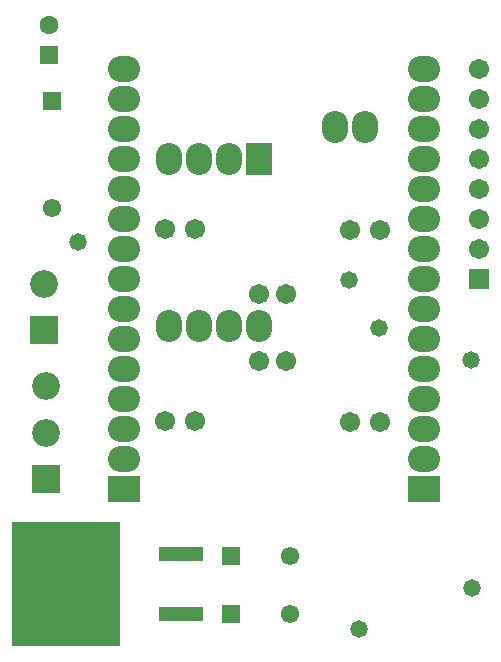
<source format=gbr>
G04*
G04 #@! TF.GenerationSoftware,Altium Limited,Altium Designer,25.4.2 (15)*
G04*
G04 Layer_Color=8388736*
%FSLAX44Y44*%
%MOMM*%
G71*
G04*
G04 #@! TF.SameCoordinates,0EA34F5E-7CD8-41F1-BF26-68A60DD3863B*
G04*
G04*
G04 #@! TF.FilePolarity,Negative*
G04*
G01*
G75*
%ADD16R,9.2032X10.5532*%
%ADD17R,3.7032X1.1532*%
%ADD18C,1.5532*%
%ADD19R,1.5532X1.5532*%
%ADD20R,2.7032X2.2032*%
%ADD21O,2.7032X2.2032*%
%ADD22R,2.2032X2.7032*%
%ADD23O,2.2032X2.7032*%
%ADD24C,1.7032*%
%ADD25R,1.7032X1.7032*%
%ADD26C,2.3532*%
%ADD27R,2.3532X2.3532*%
%ADD28C,1.6032*%
%ADD29R,1.6032X1.6032*%
%ADD30R,1.5532X1.5532*%
%ADD31C,1.4732*%
D16*
X58000Y56250D02*
D03*
D17*
X155500Y81650D02*
D03*
Y30850D02*
D03*
D18*
X247750Y30500D02*
D03*
Y79750D02*
D03*
X46250Y374750D02*
D03*
D19*
X197750Y30500D02*
D03*
Y79750D02*
D03*
D20*
X106500Y136700D02*
D03*
X360500D02*
D03*
D21*
X106500Y162100D02*
D03*
Y187500D02*
D03*
Y238300D02*
D03*
Y263700D02*
D03*
Y289100D02*
D03*
Y314500D02*
D03*
Y339900D02*
D03*
Y365300D02*
D03*
Y390700D02*
D03*
Y416100D02*
D03*
Y441500D02*
D03*
Y466900D02*
D03*
Y492300D02*
D03*
Y212900D02*
D03*
X360500Y162100D02*
D03*
Y187500D02*
D03*
Y212900D02*
D03*
Y238300D02*
D03*
Y263700D02*
D03*
Y289100D02*
D03*
Y314500D02*
D03*
Y339900D02*
D03*
Y365300D02*
D03*
Y390700D02*
D03*
Y416100D02*
D03*
Y441500D02*
D03*
Y466900D02*
D03*
Y492300D02*
D03*
D22*
X221250Y416100D02*
D03*
D23*
X195850D02*
D03*
X170450D02*
D03*
X145050D02*
D03*
X221250Y274600D02*
D03*
X195850D02*
D03*
X170450D02*
D03*
X145050D02*
D03*
X310850Y443400D02*
D03*
X285450D02*
D03*
D24*
X221250Y302000D02*
D03*
Y245000D02*
D03*
X407500Y339900D02*
D03*
Y365300D02*
D03*
Y390700D02*
D03*
Y416100D02*
D03*
Y441500D02*
D03*
Y466900D02*
D03*
Y492300D02*
D03*
X141750Y357060D02*
D03*
X167150D02*
D03*
X244000Y245000D02*
D03*
Y302000D02*
D03*
X323500Y192940D02*
D03*
X298100D02*
D03*
Y355500D02*
D03*
X323500D02*
D03*
X167150Y194500D02*
D03*
X141750D02*
D03*
D25*
X407500Y314500D02*
D03*
D26*
X40750Y223850D02*
D03*
Y184250D02*
D03*
X39250Y310500D02*
D03*
D27*
X40750Y144650D02*
D03*
X39250Y270900D02*
D03*
D28*
X43750Y529701D02*
D03*
D29*
Y504300D02*
D03*
D30*
X46250Y464750D02*
D03*
D31*
X67750Y346000D02*
D03*
X322500Y272500D02*
D03*
X401500Y53000D02*
D03*
X297500Y313500D02*
D03*
X305750Y17750D02*
D03*
X400626Y246080D02*
D03*
M02*

</source>
